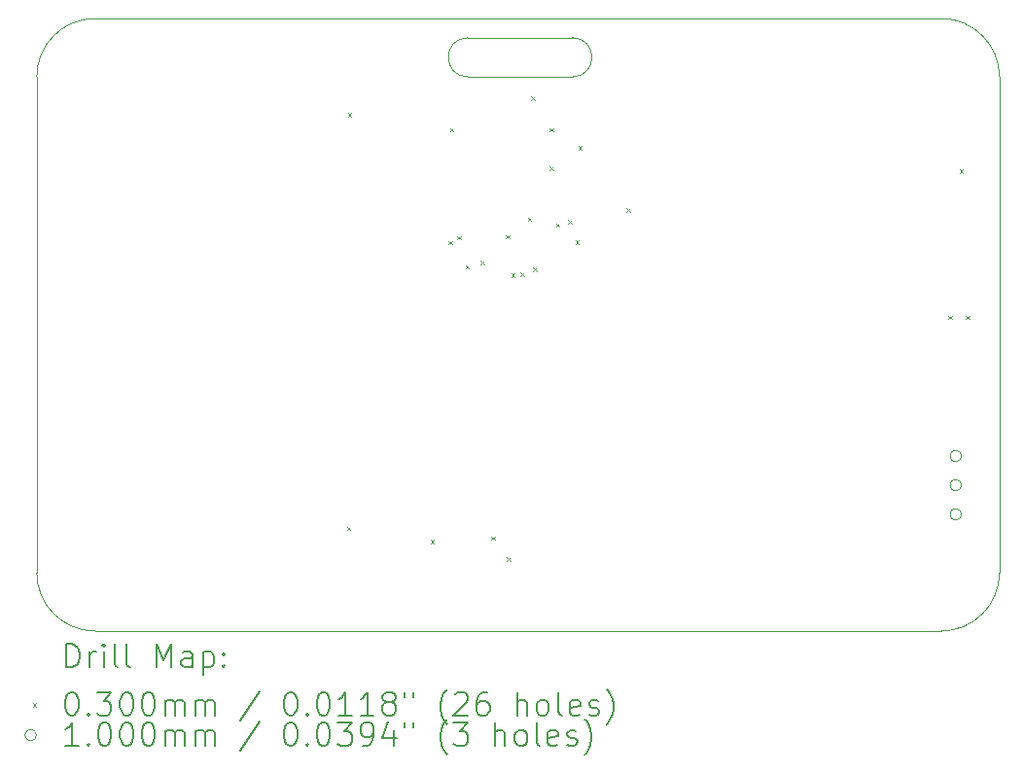
<source format=gbr>
%TF.GenerationSoftware,KiCad,Pcbnew,9.0.3*%
%TF.CreationDate,2025-09-08T19:45:00+01:00*%
%TF.ProjectId,tester_pcb_business_card,74657374-6572-45f7-9063-625f62757369,rev?*%
%TF.SameCoordinates,Original*%
%TF.FileFunction,Drillmap*%
%TF.FilePolarity,Positive*%
%FSLAX45Y45*%
G04 Gerber Fmt 4.5, Leading zero omitted, Abs format (unit mm)*
G04 Created by KiCad (PCBNEW 9.0.3) date 2025-09-08 19:45:00*
%MOMM*%
%LPD*%
G01*
G04 APERTURE LIST*
%ADD10C,0.050000*%
%ADD11C,0.200000*%
%ADD12C,0.100000*%
G04 APERTURE END LIST*
D10*
X9088120Y-7112000D02*
G75*
G02*
X9088120Y-6771640I0J170180D01*
G01*
X9997440Y-6771640D02*
G75*
G02*
X9997440Y-7112000I0J-170180D01*
G01*
X9997440Y-6771640D02*
X9088120Y-6771640D01*
X13716000Y-11430000D02*
X13716000Y-7112000D01*
X5334000Y-7112000D02*
X5334000Y-11430000D01*
X5334000Y-7112000D02*
G75*
G02*
X5842000Y-6604000I508000J0D01*
G01*
X13208000Y-6604000D02*
G75*
G02*
X13716000Y-7112000I0J-508000D01*
G01*
X13716000Y-11430000D02*
G75*
G02*
X13208000Y-11938000I-508000J0D01*
G01*
X5842000Y-11938000D02*
G75*
G02*
X5334000Y-11430000I0J508000D01*
G01*
X5842000Y-11938000D02*
X13208000Y-11938000D01*
X13208000Y-6604000D02*
X5842000Y-6604000D01*
X9088120Y-7112000D02*
X9997440Y-7112000D01*
D11*
D12*
X8034540Y-11031500D02*
X8064540Y-11061500D01*
X8064540Y-11031500D02*
X8034540Y-11061500D01*
X8042510Y-7427730D02*
X8072510Y-7457730D01*
X8072510Y-7427730D02*
X8042510Y-7457730D01*
X8760980Y-11144150D02*
X8790980Y-11174150D01*
X8790980Y-11144150D02*
X8760980Y-11174150D01*
X8920720Y-8539720D02*
X8950720Y-8569720D01*
X8950720Y-8539720D02*
X8920720Y-8569720D01*
X8930630Y-7558480D02*
X8960630Y-7588480D01*
X8960630Y-7558480D02*
X8930630Y-7588480D01*
X8993670Y-8498390D02*
X9023670Y-8528390D01*
X9023670Y-8498390D02*
X8993670Y-8528390D01*
X9068153Y-8751720D02*
X9098153Y-8781720D01*
X9098153Y-8751720D02*
X9068153Y-8781720D01*
X9197820Y-8712320D02*
X9227820Y-8742320D01*
X9227820Y-8712320D02*
X9197820Y-8742320D01*
X9289870Y-11116000D02*
X9319870Y-11146000D01*
X9319870Y-11116000D02*
X9289870Y-11146000D01*
X9418560Y-8488920D02*
X9448560Y-8518920D01*
X9448560Y-8488920D02*
X9418560Y-8518920D01*
X9427080Y-11297500D02*
X9457080Y-11327500D01*
X9457080Y-11297500D02*
X9427080Y-11327500D01*
X9464662Y-8823920D02*
X9494662Y-8853920D01*
X9494662Y-8823920D02*
X9464662Y-8853920D01*
X9545259Y-8817620D02*
X9575259Y-8847620D01*
X9575259Y-8817620D02*
X9545259Y-8847620D01*
X9610010Y-8337910D02*
X9640010Y-8367910D01*
X9640010Y-8337910D02*
X9610010Y-8367910D01*
X9638820Y-7281260D02*
X9668820Y-7311260D01*
X9668820Y-7281260D02*
X9638820Y-7311260D01*
X9655546Y-8774466D02*
X9685546Y-8804466D01*
X9685546Y-8774466D02*
X9655546Y-8804466D01*
X9799820Y-7558480D02*
X9829820Y-7588480D01*
X9829820Y-7558480D02*
X9799820Y-7588480D01*
X9801540Y-7894750D02*
X9831540Y-7924750D01*
X9831540Y-7894750D02*
X9801540Y-7924750D01*
X9856190Y-8388950D02*
X9886190Y-8418950D01*
X9886190Y-8388950D02*
X9856190Y-8418950D01*
X9962120Y-8356840D02*
X9992120Y-8386840D01*
X9992120Y-8356840D02*
X9962120Y-8386840D01*
X10025412Y-8536690D02*
X10055412Y-8566690D01*
X10055412Y-8536690D02*
X10025412Y-8566690D01*
X10050920Y-7717210D02*
X10080920Y-7747210D01*
X10080920Y-7717210D02*
X10050920Y-7747210D01*
X10470120Y-8255240D02*
X10500120Y-8285240D01*
X10500120Y-8255240D02*
X10470120Y-8285240D01*
X13271790Y-9194110D02*
X13301790Y-9224110D01*
X13301790Y-9194110D02*
X13271790Y-9224110D01*
X13367290Y-7917420D02*
X13397290Y-7947420D01*
X13397290Y-7917420D02*
X13367290Y-7947420D01*
X13424850Y-9192090D02*
X13454850Y-9222090D01*
X13454850Y-9192090D02*
X13424850Y-9222090D01*
X13385000Y-10414000D02*
G75*
G02*
X13285000Y-10414000I-50000J0D01*
G01*
X13285000Y-10414000D02*
G75*
G02*
X13385000Y-10414000I50000J0D01*
G01*
X13385000Y-10668000D02*
G75*
G02*
X13285000Y-10668000I-50000J0D01*
G01*
X13285000Y-10668000D02*
G75*
G02*
X13385000Y-10668000I50000J0D01*
G01*
X13385000Y-10922000D02*
G75*
G02*
X13285000Y-10922000I-50000J0D01*
G01*
X13285000Y-10922000D02*
G75*
G02*
X13385000Y-10922000I50000J0D01*
G01*
D11*
X5592277Y-12251984D02*
X5592277Y-12051984D01*
X5592277Y-12051984D02*
X5639896Y-12051984D01*
X5639896Y-12051984D02*
X5668467Y-12061508D01*
X5668467Y-12061508D02*
X5687515Y-12080555D01*
X5687515Y-12080555D02*
X5697039Y-12099603D01*
X5697039Y-12099603D02*
X5706562Y-12137698D01*
X5706562Y-12137698D02*
X5706562Y-12166269D01*
X5706562Y-12166269D02*
X5697039Y-12204365D01*
X5697039Y-12204365D02*
X5687515Y-12223412D01*
X5687515Y-12223412D02*
X5668467Y-12242460D01*
X5668467Y-12242460D02*
X5639896Y-12251984D01*
X5639896Y-12251984D02*
X5592277Y-12251984D01*
X5792277Y-12251984D02*
X5792277Y-12118650D01*
X5792277Y-12156746D02*
X5801801Y-12137698D01*
X5801801Y-12137698D02*
X5811324Y-12128174D01*
X5811324Y-12128174D02*
X5830372Y-12118650D01*
X5830372Y-12118650D02*
X5849420Y-12118650D01*
X5916086Y-12251984D02*
X5916086Y-12118650D01*
X5916086Y-12051984D02*
X5906562Y-12061508D01*
X5906562Y-12061508D02*
X5916086Y-12071031D01*
X5916086Y-12071031D02*
X5925610Y-12061508D01*
X5925610Y-12061508D02*
X5916086Y-12051984D01*
X5916086Y-12051984D02*
X5916086Y-12071031D01*
X6039896Y-12251984D02*
X6020848Y-12242460D01*
X6020848Y-12242460D02*
X6011324Y-12223412D01*
X6011324Y-12223412D02*
X6011324Y-12051984D01*
X6144658Y-12251984D02*
X6125610Y-12242460D01*
X6125610Y-12242460D02*
X6116086Y-12223412D01*
X6116086Y-12223412D02*
X6116086Y-12051984D01*
X6373229Y-12251984D02*
X6373229Y-12051984D01*
X6373229Y-12051984D02*
X6439896Y-12194841D01*
X6439896Y-12194841D02*
X6506562Y-12051984D01*
X6506562Y-12051984D02*
X6506562Y-12251984D01*
X6687515Y-12251984D02*
X6687515Y-12147222D01*
X6687515Y-12147222D02*
X6677991Y-12128174D01*
X6677991Y-12128174D02*
X6658943Y-12118650D01*
X6658943Y-12118650D02*
X6620848Y-12118650D01*
X6620848Y-12118650D02*
X6601801Y-12128174D01*
X6687515Y-12242460D02*
X6668467Y-12251984D01*
X6668467Y-12251984D02*
X6620848Y-12251984D01*
X6620848Y-12251984D02*
X6601801Y-12242460D01*
X6601801Y-12242460D02*
X6592277Y-12223412D01*
X6592277Y-12223412D02*
X6592277Y-12204365D01*
X6592277Y-12204365D02*
X6601801Y-12185317D01*
X6601801Y-12185317D02*
X6620848Y-12175793D01*
X6620848Y-12175793D02*
X6668467Y-12175793D01*
X6668467Y-12175793D02*
X6687515Y-12166269D01*
X6782753Y-12118650D02*
X6782753Y-12318650D01*
X6782753Y-12128174D02*
X6801801Y-12118650D01*
X6801801Y-12118650D02*
X6839896Y-12118650D01*
X6839896Y-12118650D02*
X6858943Y-12128174D01*
X6858943Y-12128174D02*
X6868467Y-12137698D01*
X6868467Y-12137698D02*
X6877991Y-12156746D01*
X6877991Y-12156746D02*
X6877991Y-12213888D01*
X6877991Y-12213888D02*
X6868467Y-12232936D01*
X6868467Y-12232936D02*
X6858943Y-12242460D01*
X6858943Y-12242460D02*
X6839896Y-12251984D01*
X6839896Y-12251984D02*
X6801801Y-12251984D01*
X6801801Y-12251984D02*
X6782753Y-12242460D01*
X6963705Y-12232936D02*
X6973229Y-12242460D01*
X6973229Y-12242460D02*
X6963705Y-12251984D01*
X6963705Y-12251984D02*
X6954182Y-12242460D01*
X6954182Y-12242460D02*
X6963705Y-12232936D01*
X6963705Y-12232936D02*
X6963705Y-12251984D01*
X6963705Y-12128174D02*
X6973229Y-12137698D01*
X6973229Y-12137698D02*
X6963705Y-12147222D01*
X6963705Y-12147222D02*
X6954182Y-12137698D01*
X6954182Y-12137698D02*
X6963705Y-12128174D01*
X6963705Y-12128174D02*
X6963705Y-12147222D01*
D12*
X5301500Y-12565500D02*
X5331500Y-12595500D01*
X5331500Y-12565500D02*
X5301500Y-12595500D01*
D11*
X5630372Y-12471984D02*
X5649420Y-12471984D01*
X5649420Y-12471984D02*
X5668467Y-12481508D01*
X5668467Y-12481508D02*
X5677991Y-12491031D01*
X5677991Y-12491031D02*
X5687515Y-12510079D01*
X5687515Y-12510079D02*
X5697039Y-12548174D01*
X5697039Y-12548174D02*
X5697039Y-12595793D01*
X5697039Y-12595793D02*
X5687515Y-12633888D01*
X5687515Y-12633888D02*
X5677991Y-12652936D01*
X5677991Y-12652936D02*
X5668467Y-12662460D01*
X5668467Y-12662460D02*
X5649420Y-12671984D01*
X5649420Y-12671984D02*
X5630372Y-12671984D01*
X5630372Y-12671984D02*
X5611324Y-12662460D01*
X5611324Y-12662460D02*
X5601801Y-12652936D01*
X5601801Y-12652936D02*
X5592277Y-12633888D01*
X5592277Y-12633888D02*
X5582753Y-12595793D01*
X5582753Y-12595793D02*
X5582753Y-12548174D01*
X5582753Y-12548174D02*
X5592277Y-12510079D01*
X5592277Y-12510079D02*
X5601801Y-12491031D01*
X5601801Y-12491031D02*
X5611324Y-12481508D01*
X5611324Y-12481508D02*
X5630372Y-12471984D01*
X5782753Y-12652936D02*
X5792277Y-12662460D01*
X5792277Y-12662460D02*
X5782753Y-12671984D01*
X5782753Y-12671984D02*
X5773229Y-12662460D01*
X5773229Y-12662460D02*
X5782753Y-12652936D01*
X5782753Y-12652936D02*
X5782753Y-12671984D01*
X5858943Y-12471984D02*
X5982753Y-12471984D01*
X5982753Y-12471984D02*
X5916086Y-12548174D01*
X5916086Y-12548174D02*
X5944658Y-12548174D01*
X5944658Y-12548174D02*
X5963705Y-12557698D01*
X5963705Y-12557698D02*
X5973229Y-12567222D01*
X5973229Y-12567222D02*
X5982753Y-12586269D01*
X5982753Y-12586269D02*
X5982753Y-12633888D01*
X5982753Y-12633888D02*
X5973229Y-12652936D01*
X5973229Y-12652936D02*
X5963705Y-12662460D01*
X5963705Y-12662460D02*
X5944658Y-12671984D01*
X5944658Y-12671984D02*
X5887515Y-12671984D01*
X5887515Y-12671984D02*
X5868467Y-12662460D01*
X5868467Y-12662460D02*
X5858943Y-12652936D01*
X6106562Y-12471984D02*
X6125610Y-12471984D01*
X6125610Y-12471984D02*
X6144658Y-12481508D01*
X6144658Y-12481508D02*
X6154182Y-12491031D01*
X6154182Y-12491031D02*
X6163705Y-12510079D01*
X6163705Y-12510079D02*
X6173229Y-12548174D01*
X6173229Y-12548174D02*
X6173229Y-12595793D01*
X6173229Y-12595793D02*
X6163705Y-12633888D01*
X6163705Y-12633888D02*
X6154182Y-12652936D01*
X6154182Y-12652936D02*
X6144658Y-12662460D01*
X6144658Y-12662460D02*
X6125610Y-12671984D01*
X6125610Y-12671984D02*
X6106562Y-12671984D01*
X6106562Y-12671984D02*
X6087515Y-12662460D01*
X6087515Y-12662460D02*
X6077991Y-12652936D01*
X6077991Y-12652936D02*
X6068467Y-12633888D01*
X6068467Y-12633888D02*
X6058943Y-12595793D01*
X6058943Y-12595793D02*
X6058943Y-12548174D01*
X6058943Y-12548174D02*
X6068467Y-12510079D01*
X6068467Y-12510079D02*
X6077991Y-12491031D01*
X6077991Y-12491031D02*
X6087515Y-12481508D01*
X6087515Y-12481508D02*
X6106562Y-12471984D01*
X6297039Y-12471984D02*
X6316086Y-12471984D01*
X6316086Y-12471984D02*
X6335134Y-12481508D01*
X6335134Y-12481508D02*
X6344658Y-12491031D01*
X6344658Y-12491031D02*
X6354182Y-12510079D01*
X6354182Y-12510079D02*
X6363705Y-12548174D01*
X6363705Y-12548174D02*
X6363705Y-12595793D01*
X6363705Y-12595793D02*
X6354182Y-12633888D01*
X6354182Y-12633888D02*
X6344658Y-12652936D01*
X6344658Y-12652936D02*
X6335134Y-12662460D01*
X6335134Y-12662460D02*
X6316086Y-12671984D01*
X6316086Y-12671984D02*
X6297039Y-12671984D01*
X6297039Y-12671984D02*
X6277991Y-12662460D01*
X6277991Y-12662460D02*
X6268467Y-12652936D01*
X6268467Y-12652936D02*
X6258943Y-12633888D01*
X6258943Y-12633888D02*
X6249420Y-12595793D01*
X6249420Y-12595793D02*
X6249420Y-12548174D01*
X6249420Y-12548174D02*
X6258943Y-12510079D01*
X6258943Y-12510079D02*
X6268467Y-12491031D01*
X6268467Y-12491031D02*
X6277991Y-12481508D01*
X6277991Y-12481508D02*
X6297039Y-12471984D01*
X6449420Y-12671984D02*
X6449420Y-12538650D01*
X6449420Y-12557698D02*
X6458943Y-12548174D01*
X6458943Y-12548174D02*
X6477991Y-12538650D01*
X6477991Y-12538650D02*
X6506563Y-12538650D01*
X6506563Y-12538650D02*
X6525610Y-12548174D01*
X6525610Y-12548174D02*
X6535134Y-12567222D01*
X6535134Y-12567222D02*
X6535134Y-12671984D01*
X6535134Y-12567222D02*
X6544658Y-12548174D01*
X6544658Y-12548174D02*
X6563705Y-12538650D01*
X6563705Y-12538650D02*
X6592277Y-12538650D01*
X6592277Y-12538650D02*
X6611324Y-12548174D01*
X6611324Y-12548174D02*
X6620848Y-12567222D01*
X6620848Y-12567222D02*
X6620848Y-12671984D01*
X6716086Y-12671984D02*
X6716086Y-12538650D01*
X6716086Y-12557698D02*
X6725610Y-12548174D01*
X6725610Y-12548174D02*
X6744658Y-12538650D01*
X6744658Y-12538650D02*
X6773229Y-12538650D01*
X6773229Y-12538650D02*
X6792277Y-12548174D01*
X6792277Y-12548174D02*
X6801801Y-12567222D01*
X6801801Y-12567222D02*
X6801801Y-12671984D01*
X6801801Y-12567222D02*
X6811324Y-12548174D01*
X6811324Y-12548174D02*
X6830372Y-12538650D01*
X6830372Y-12538650D02*
X6858943Y-12538650D01*
X6858943Y-12538650D02*
X6877991Y-12548174D01*
X6877991Y-12548174D02*
X6887515Y-12567222D01*
X6887515Y-12567222D02*
X6887515Y-12671984D01*
X7277991Y-12462460D02*
X7106563Y-12719603D01*
X7535134Y-12471984D02*
X7554182Y-12471984D01*
X7554182Y-12471984D02*
X7573229Y-12481508D01*
X7573229Y-12481508D02*
X7582753Y-12491031D01*
X7582753Y-12491031D02*
X7592277Y-12510079D01*
X7592277Y-12510079D02*
X7601801Y-12548174D01*
X7601801Y-12548174D02*
X7601801Y-12595793D01*
X7601801Y-12595793D02*
X7592277Y-12633888D01*
X7592277Y-12633888D02*
X7582753Y-12652936D01*
X7582753Y-12652936D02*
X7573229Y-12662460D01*
X7573229Y-12662460D02*
X7554182Y-12671984D01*
X7554182Y-12671984D02*
X7535134Y-12671984D01*
X7535134Y-12671984D02*
X7516086Y-12662460D01*
X7516086Y-12662460D02*
X7506563Y-12652936D01*
X7506563Y-12652936D02*
X7497039Y-12633888D01*
X7497039Y-12633888D02*
X7487515Y-12595793D01*
X7487515Y-12595793D02*
X7487515Y-12548174D01*
X7487515Y-12548174D02*
X7497039Y-12510079D01*
X7497039Y-12510079D02*
X7506563Y-12491031D01*
X7506563Y-12491031D02*
X7516086Y-12481508D01*
X7516086Y-12481508D02*
X7535134Y-12471984D01*
X7687515Y-12652936D02*
X7697039Y-12662460D01*
X7697039Y-12662460D02*
X7687515Y-12671984D01*
X7687515Y-12671984D02*
X7677991Y-12662460D01*
X7677991Y-12662460D02*
X7687515Y-12652936D01*
X7687515Y-12652936D02*
X7687515Y-12671984D01*
X7820848Y-12471984D02*
X7839896Y-12471984D01*
X7839896Y-12471984D02*
X7858944Y-12481508D01*
X7858944Y-12481508D02*
X7868467Y-12491031D01*
X7868467Y-12491031D02*
X7877991Y-12510079D01*
X7877991Y-12510079D02*
X7887515Y-12548174D01*
X7887515Y-12548174D02*
X7887515Y-12595793D01*
X7887515Y-12595793D02*
X7877991Y-12633888D01*
X7877991Y-12633888D02*
X7868467Y-12652936D01*
X7868467Y-12652936D02*
X7858944Y-12662460D01*
X7858944Y-12662460D02*
X7839896Y-12671984D01*
X7839896Y-12671984D02*
X7820848Y-12671984D01*
X7820848Y-12671984D02*
X7801801Y-12662460D01*
X7801801Y-12662460D02*
X7792277Y-12652936D01*
X7792277Y-12652936D02*
X7782753Y-12633888D01*
X7782753Y-12633888D02*
X7773229Y-12595793D01*
X7773229Y-12595793D02*
X7773229Y-12548174D01*
X7773229Y-12548174D02*
X7782753Y-12510079D01*
X7782753Y-12510079D02*
X7792277Y-12491031D01*
X7792277Y-12491031D02*
X7801801Y-12481508D01*
X7801801Y-12481508D02*
X7820848Y-12471984D01*
X8077991Y-12671984D02*
X7963706Y-12671984D01*
X8020848Y-12671984D02*
X8020848Y-12471984D01*
X8020848Y-12471984D02*
X8001801Y-12500555D01*
X8001801Y-12500555D02*
X7982753Y-12519603D01*
X7982753Y-12519603D02*
X7963706Y-12529127D01*
X8268467Y-12671984D02*
X8154182Y-12671984D01*
X8211325Y-12671984D02*
X8211325Y-12471984D01*
X8211325Y-12471984D02*
X8192277Y-12500555D01*
X8192277Y-12500555D02*
X8173229Y-12519603D01*
X8173229Y-12519603D02*
X8154182Y-12529127D01*
X8382753Y-12557698D02*
X8363706Y-12548174D01*
X8363706Y-12548174D02*
X8354182Y-12538650D01*
X8354182Y-12538650D02*
X8344658Y-12519603D01*
X8344658Y-12519603D02*
X8344658Y-12510079D01*
X8344658Y-12510079D02*
X8354182Y-12491031D01*
X8354182Y-12491031D02*
X8363706Y-12481508D01*
X8363706Y-12481508D02*
X8382753Y-12471984D01*
X8382753Y-12471984D02*
X8420849Y-12471984D01*
X8420849Y-12471984D02*
X8439896Y-12481508D01*
X8439896Y-12481508D02*
X8449420Y-12491031D01*
X8449420Y-12491031D02*
X8458944Y-12510079D01*
X8458944Y-12510079D02*
X8458944Y-12519603D01*
X8458944Y-12519603D02*
X8449420Y-12538650D01*
X8449420Y-12538650D02*
X8439896Y-12548174D01*
X8439896Y-12548174D02*
X8420849Y-12557698D01*
X8420849Y-12557698D02*
X8382753Y-12557698D01*
X8382753Y-12557698D02*
X8363706Y-12567222D01*
X8363706Y-12567222D02*
X8354182Y-12576746D01*
X8354182Y-12576746D02*
X8344658Y-12595793D01*
X8344658Y-12595793D02*
X8344658Y-12633888D01*
X8344658Y-12633888D02*
X8354182Y-12652936D01*
X8354182Y-12652936D02*
X8363706Y-12662460D01*
X8363706Y-12662460D02*
X8382753Y-12671984D01*
X8382753Y-12671984D02*
X8420849Y-12671984D01*
X8420849Y-12671984D02*
X8439896Y-12662460D01*
X8439896Y-12662460D02*
X8449420Y-12652936D01*
X8449420Y-12652936D02*
X8458944Y-12633888D01*
X8458944Y-12633888D02*
X8458944Y-12595793D01*
X8458944Y-12595793D02*
X8449420Y-12576746D01*
X8449420Y-12576746D02*
X8439896Y-12567222D01*
X8439896Y-12567222D02*
X8420849Y-12557698D01*
X8535134Y-12471984D02*
X8535134Y-12510079D01*
X8611325Y-12471984D02*
X8611325Y-12510079D01*
X8906563Y-12748174D02*
X8897039Y-12738650D01*
X8897039Y-12738650D02*
X8877991Y-12710079D01*
X8877991Y-12710079D02*
X8868468Y-12691031D01*
X8868468Y-12691031D02*
X8858944Y-12662460D01*
X8858944Y-12662460D02*
X8849420Y-12614841D01*
X8849420Y-12614841D02*
X8849420Y-12576746D01*
X8849420Y-12576746D02*
X8858944Y-12529127D01*
X8858944Y-12529127D02*
X8868468Y-12500555D01*
X8868468Y-12500555D02*
X8877991Y-12481508D01*
X8877991Y-12481508D02*
X8897039Y-12452936D01*
X8897039Y-12452936D02*
X8906563Y-12443412D01*
X8973230Y-12491031D02*
X8982753Y-12481508D01*
X8982753Y-12481508D02*
X9001801Y-12471984D01*
X9001801Y-12471984D02*
X9049420Y-12471984D01*
X9049420Y-12471984D02*
X9068468Y-12481508D01*
X9068468Y-12481508D02*
X9077991Y-12491031D01*
X9077991Y-12491031D02*
X9087515Y-12510079D01*
X9087515Y-12510079D02*
X9087515Y-12529127D01*
X9087515Y-12529127D02*
X9077991Y-12557698D01*
X9077991Y-12557698D02*
X8963706Y-12671984D01*
X8963706Y-12671984D02*
X9087515Y-12671984D01*
X9258944Y-12471984D02*
X9220849Y-12471984D01*
X9220849Y-12471984D02*
X9201801Y-12481508D01*
X9201801Y-12481508D02*
X9192277Y-12491031D01*
X9192277Y-12491031D02*
X9173230Y-12519603D01*
X9173230Y-12519603D02*
X9163706Y-12557698D01*
X9163706Y-12557698D02*
X9163706Y-12633888D01*
X9163706Y-12633888D02*
X9173230Y-12652936D01*
X9173230Y-12652936D02*
X9182753Y-12662460D01*
X9182753Y-12662460D02*
X9201801Y-12671984D01*
X9201801Y-12671984D02*
X9239896Y-12671984D01*
X9239896Y-12671984D02*
X9258944Y-12662460D01*
X9258944Y-12662460D02*
X9268468Y-12652936D01*
X9268468Y-12652936D02*
X9277991Y-12633888D01*
X9277991Y-12633888D02*
X9277991Y-12586269D01*
X9277991Y-12586269D02*
X9268468Y-12567222D01*
X9268468Y-12567222D02*
X9258944Y-12557698D01*
X9258944Y-12557698D02*
X9239896Y-12548174D01*
X9239896Y-12548174D02*
X9201801Y-12548174D01*
X9201801Y-12548174D02*
X9182753Y-12557698D01*
X9182753Y-12557698D02*
X9173230Y-12567222D01*
X9173230Y-12567222D02*
X9163706Y-12586269D01*
X9516087Y-12671984D02*
X9516087Y-12471984D01*
X9601801Y-12671984D02*
X9601801Y-12567222D01*
X9601801Y-12567222D02*
X9592277Y-12548174D01*
X9592277Y-12548174D02*
X9573230Y-12538650D01*
X9573230Y-12538650D02*
X9544658Y-12538650D01*
X9544658Y-12538650D02*
X9525611Y-12548174D01*
X9525611Y-12548174D02*
X9516087Y-12557698D01*
X9725611Y-12671984D02*
X9706563Y-12662460D01*
X9706563Y-12662460D02*
X9697039Y-12652936D01*
X9697039Y-12652936D02*
X9687515Y-12633888D01*
X9687515Y-12633888D02*
X9687515Y-12576746D01*
X9687515Y-12576746D02*
X9697039Y-12557698D01*
X9697039Y-12557698D02*
X9706563Y-12548174D01*
X9706563Y-12548174D02*
X9725611Y-12538650D01*
X9725611Y-12538650D02*
X9754182Y-12538650D01*
X9754182Y-12538650D02*
X9773230Y-12548174D01*
X9773230Y-12548174D02*
X9782753Y-12557698D01*
X9782753Y-12557698D02*
X9792277Y-12576746D01*
X9792277Y-12576746D02*
X9792277Y-12633888D01*
X9792277Y-12633888D02*
X9782753Y-12652936D01*
X9782753Y-12652936D02*
X9773230Y-12662460D01*
X9773230Y-12662460D02*
X9754182Y-12671984D01*
X9754182Y-12671984D02*
X9725611Y-12671984D01*
X9906563Y-12671984D02*
X9887515Y-12662460D01*
X9887515Y-12662460D02*
X9877992Y-12643412D01*
X9877992Y-12643412D02*
X9877992Y-12471984D01*
X10058944Y-12662460D02*
X10039896Y-12671984D01*
X10039896Y-12671984D02*
X10001801Y-12671984D01*
X10001801Y-12671984D02*
X9982753Y-12662460D01*
X9982753Y-12662460D02*
X9973230Y-12643412D01*
X9973230Y-12643412D02*
X9973230Y-12567222D01*
X9973230Y-12567222D02*
X9982753Y-12548174D01*
X9982753Y-12548174D02*
X10001801Y-12538650D01*
X10001801Y-12538650D02*
X10039896Y-12538650D01*
X10039896Y-12538650D02*
X10058944Y-12548174D01*
X10058944Y-12548174D02*
X10068468Y-12567222D01*
X10068468Y-12567222D02*
X10068468Y-12586269D01*
X10068468Y-12586269D02*
X9973230Y-12605317D01*
X10144658Y-12662460D02*
X10163706Y-12671984D01*
X10163706Y-12671984D02*
X10201801Y-12671984D01*
X10201801Y-12671984D02*
X10220849Y-12662460D01*
X10220849Y-12662460D02*
X10230373Y-12643412D01*
X10230373Y-12643412D02*
X10230373Y-12633888D01*
X10230373Y-12633888D02*
X10220849Y-12614841D01*
X10220849Y-12614841D02*
X10201801Y-12605317D01*
X10201801Y-12605317D02*
X10173230Y-12605317D01*
X10173230Y-12605317D02*
X10154182Y-12595793D01*
X10154182Y-12595793D02*
X10144658Y-12576746D01*
X10144658Y-12576746D02*
X10144658Y-12567222D01*
X10144658Y-12567222D02*
X10154182Y-12548174D01*
X10154182Y-12548174D02*
X10173230Y-12538650D01*
X10173230Y-12538650D02*
X10201801Y-12538650D01*
X10201801Y-12538650D02*
X10220849Y-12548174D01*
X10297039Y-12748174D02*
X10306563Y-12738650D01*
X10306563Y-12738650D02*
X10325611Y-12710079D01*
X10325611Y-12710079D02*
X10335134Y-12691031D01*
X10335134Y-12691031D02*
X10344658Y-12662460D01*
X10344658Y-12662460D02*
X10354182Y-12614841D01*
X10354182Y-12614841D02*
X10354182Y-12576746D01*
X10354182Y-12576746D02*
X10344658Y-12529127D01*
X10344658Y-12529127D02*
X10335134Y-12500555D01*
X10335134Y-12500555D02*
X10325611Y-12481508D01*
X10325611Y-12481508D02*
X10306563Y-12452936D01*
X10306563Y-12452936D02*
X10297039Y-12443412D01*
D12*
X5331500Y-12844500D02*
G75*
G02*
X5231500Y-12844500I-50000J0D01*
G01*
X5231500Y-12844500D02*
G75*
G02*
X5331500Y-12844500I50000J0D01*
G01*
D11*
X5697039Y-12935984D02*
X5582753Y-12935984D01*
X5639896Y-12935984D02*
X5639896Y-12735984D01*
X5639896Y-12735984D02*
X5620848Y-12764555D01*
X5620848Y-12764555D02*
X5601801Y-12783603D01*
X5601801Y-12783603D02*
X5582753Y-12793127D01*
X5782753Y-12916936D02*
X5792277Y-12926460D01*
X5792277Y-12926460D02*
X5782753Y-12935984D01*
X5782753Y-12935984D02*
X5773229Y-12926460D01*
X5773229Y-12926460D02*
X5782753Y-12916936D01*
X5782753Y-12916936D02*
X5782753Y-12935984D01*
X5916086Y-12735984D02*
X5935134Y-12735984D01*
X5935134Y-12735984D02*
X5954182Y-12745508D01*
X5954182Y-12745508D02*
X5963705Y-12755031D01*
X5963705Y-12755031D02*
X5973229Y-12774079D01*
X5973229Y-12774079D02*
X5982753Y-12812174D01*
X5982753Y-12812174D02*
X5982753Y-12859793D01*
X5982753Y-12859793D02*
X5973229Y-12897888D01*
X5973229Y-12897888D02*
X5963705Y-12916936D01*
X5963705Y-12916936D02*
X5954182Y-12926460D01*
X5954182Y-12926460D02*
X5935134Y-12935984D01*
X5935134Y-12935984D02*
X5916086Y-12935984D01*
X5916086Y-12935984D02*
X5897039Y-12926460D01*
X5897039Y-12926460D02*
X5887515Y-12916936D01*
X5887515Y-12916936D02*
X5877991Y-12897888D01*
X5877991Y-12897888D02*
X5868467Y-12859793D01*
X5868467Y-12859793D02*
X5868467Y-12812174D01*
X5868467Y-12812174D02*
X5877991Y-12774079D01*
X5877991Y-12774079D02*
X5887515Y-12755031D01*
X5887515Y-12755031D02*
X5897039Y-12745508D01*
X5897039Y-12745508D02*
X5916086Y-12735984D01*
X6106562Y-12735984D02*
X6125610Y-12735984D01*
X6125610Y-12735984D02*
X6144658Y-12745508D01*
X6144658Y-12745508D02*
X6154182Y-12755031D01*
X6154182Y-12755031D02*
X6163705Y-12774079D01*
X6163705Y-12774079D02*
X6173229Y-12812174D01*
X6173229Y-12812174D02*
X6173229Y-12859793D01*
X6173229Y-12859793D02*
X6163705Y-12897888D01*
X6163705Y-12897888D02*
X6154182Y-12916936D01*
X6154182Y-12916936D02*
X6144658Y-12926460D01*
X6144658Y-12926460D02*
X6125610Y-12935984D01*
X6125610Y-12935984D02*
X6106562Y-12935984D01*
X6106562Y-12935984D02*
X6087515Y-12926460D01*
X6087515Y-12926460D02*
X6077991Y-12916936D01*
X6077991Y-12916936D02*
X6068467Y-12897888D01*
X6068467Y-12897888D02*
X6058943Y-12859793D01*
X6058943Y-12859793D02*
X6058943Y-12812174D01*
X6058943Y-12812174D02*
X6068467Y-12774079D01*
X6068467Y-12774079D02*
X6077991Y-12755031D01*
X6077991Y-12755031D02*
X6087515Y-12745508D01*
X6087515Y-12745508D02*
X6106562Y-12735984D01*
X6297039Y-12735984D02*
X6316086Y-12735984D01*
X6316086Y-12735984D02*
X6335134Y-12745508D01*
X6335134Y-12745508D02*
X6344658Y-12755031D01*
X6344658Y-12755031D02*
X6354182Y-12774079D01*
X6354182Y-12774079D02*
X6363705Y-12812174D01*
X6363705Y-12812174D02*
X6363705Y-12859793D01*
X6363705Y-12859793D02*
X6354182Y-12897888D01*
X6354182Y-12897888D02*
X6344658Y-12916936D01*
X6344658Y-12916936D02*
X6335134Y-12926460D01*
X6335134Y-12926460D02*
X6316086Y-12935984D01*
X6316086Y-12935984D02*
X6297039Y-12935984D01*
X6297039Y-12935984D02*
X6277991Y-12926460D01*
X6277991Y-12926460D02*
X6268467Y-12916936D01*
X6268467Y-12916936D02*
X6258943Y-12897888D01*
X6258943Y-12897888D02*
X6249420Y-12859793D01*
X6249420Y-12859793D02*
X6249420Y-12812174D01*
X6249420Y-12812174D02*
X6258943Y-12774079D01*
X6258943Y-12774079D02*
X6268467Y-12755031D01*
X6268467Y-12755031D02*
X6277991Y-12745508D01*
X6277991Y-12745508D02*
X6297039Y-12735984D01*
X6449420Y-12935984D02*
X6449420Y-12802650D01*
X6449420Y-12821698D02*
X6458943Y-12812174D01*
X6458943Y-12812174D02*
X6477991Y-12802650D01*
X6477991Y-12802650D02*
X6506563Y-12802650D01*
X6506563Y-12802650D02*
X6525610Y-12812174D01*
X6525610Y-12812174D02*
X6535134Y-12831222D01*
X6535134Y-12831222D02*
X6535134Y-12935984D01*
X6535134Y-12831222D02*
X6544658Y-12812174D01*
X6544658Y-12812174D02*
X6563705Y-12802650D01*
X6563705Y-12802650D02*
X6592277Y-12802650D01*
X6592277Y-12802650D02*
X6611324Y-12812174D01*
X6611324Y-12812174D02*
X6620848Y-12831222D01*
X6620848Y-12831222D02*
X6620848Y-12935984D01*
X6716086Y-12935984D02*
X6716086Y-12802650D01*
X6716086Y-12821698D02*
X6725610Y-12812174D01*
X6725610Y-12812174D02*
X6744658Y-12802650D01*
X6744658Y-12802650D02*
X6773229Y-12802650D01*
X6773229Y-12802650D02*
X6792277Y-12812174D01*
X6792277Y-12812174D02*
X6801801Y-12831222D01*
X6801801Y-12831222D02*
X6801801Y-12935984D01*
X6801801Y-12831222D02*
X6811324Y-12812174D01*
X6811324Y-12812174D02*
X6830372Y-12802650D01*
X6830372Y-12802650D02*
X6858943Y-12802650D01*
X6858943Y-12802650D02*
X6877991Y-12812174D01*
X6877991Y-12812174D02*
X6887515Y-12831222D01*
X6887515Y-12831222D02*
X6887515Y-12935984D01*
X7277991Y-12726460D02*
X7106563Y-12983603D01*
X7535134Y-12735984D02*
X7554182Y-12735984D01*
X7554182Y-12735984D02*
X7573229Y-12745508D01*
X7573229Y-12745508D02*
X7582753Y-12755031D01*
X7582753Y-12755031D02*
X7592277Y-12774079D01*
X7592277Y-12774079D02*
X7601801Y-12812174D01*
X7601801Y-12812174D02*
X7601801Y-12859793D01*
X7601801Y-12859793D02*
X7592277Y-12897888D01*
X7592277Y-12897888D02*
X7582753Y-12916936D01*
X7582753Y-12916936D02*
X7573229Y-12926460D01*
X7573229Y-12926460D02*
X7554182Y-12935984D01*
X7554182Y-12935984D02*
X7535134Y-12935984D01*
X7535134Y-12935984D02*
X7516086Y-12926460D01*
X7516086Y-12926460D02*
X7506563Y-12916936D01*
X7506563Y-12916936D02*
X7497039Y-12897888D01*
X7497039Y-12897888D02*
X7487515Y-12859793D01*
X7487515Y-12859793D02*
X7487515Y-12812174D01*
X7487515Y-12812174D02*
X7497039Y-12774079D01*
X7497039Y-12774079D02*
X7506563Y-12755031D01*
X7506563Y-12755031D02*
X7516086Y-12745508D01*
X7516086Y-12745508D02*
X7535134Y-12735984D01*
X7687515Y-12916936D02*
X7697039Y-12926460D01*
X7697039Y-12926460D02*
X7687515Y-12935984D01*
X7687515Y-12935984D02*
X7677991Y-12926460D01*
X7677991Y-12926460D02*
X7687515Y-12916936D01*
X7687515Y-12916936D02*
X7687515Y-12935984D01*
X7820848Y-12735984D02*
X7839896Y-12735984D01*
X7839896Y-12735984D02*
X7858944Y-12745508D01*
X7858944Y-12745508D02*
X7868467Y-12755031D01*
X7868467Y-12755031D02*
X7877991Y-12774079D01*
X7877991Y-12774079D02*
X7887515Y-12812174D01*
X7887515Y-12812174D02*
X7887515Y-12859793D01*
X7887515Y-12859793D02*
X7877991Y-12897888D01*
X7877991Y-12897888D02*
X7868467Y-12916936D01*
X7868467Y-12916936D02*
X7858944Y-12926460D01*
X7858944Y-12926460D02*
X7839896Y-12935984D01*
X7839896Y-12935984D02*
X7820848Y-12935984D01*
X7820848Y-12935984D02*
X7801801Y-12926460D01*
X7801801Y-12926460D02*
X7792277Y-12916936D01*
X7792277Y-12916936D02*
X7782753Y-12897888D01*
X7782753Y-12897888D02*
X7773229Y-12859793D01*
X7773229Y-12859793D02*
X7773229Y-12812174D01*
X7773229Y-12812174D02*
X7782753Y-12774079D01*
X7782753Y-12774079D02*
X7792277Y-12755031D01*
X7792277Y-12755031D02*
X7801801Y-12745508D01*
X7801801Y-12745508D02*
X7820848Y-12735984D01*
X7954182Y-12735984D02*
X8077991Y-12735984D01*
X8077991Y-12735984D02*
X8011325Y-12812174D01*
X8011325Y-12812174D02*
X8039896Y-12812174D01*
X8039896Y-12812174D02*
X8058944Y-12821698D01*
X8058944Y-12821698D02*
X8068467Y-12831222D01*
X8068467Y-12831222D02*
X8077991Y-12850269D01*
X8077991Y-12850269D02*
X8077991Y-12897888D01*
X8077991Y-12897888D02*
X8068467Y-12916936D01*
X8068467Y-12916936D02*
X8058944Y-12926460D01*
X8058944Y-12926460D02*
X8039896Y-12935984D01*
X8039896Y-12935984D02*
X7982753Y-12935984D01*
X7982753Y-12935984D02*
X7963706Y-12926460D01*
X7963706Y-12926460D02*
X7954182Y-12916936D01*
X8173229Y-12935984D02*
X8211325Y-12935984D01*
X8211325Y-12935984D02*
X8230372Y-12926460D01*
X8230372Y-12926460D02*
X8239896Y-12916936D01*
X8239896Y-12916936D02*
X8258944Y-12888365D01*
X8258944Y-12888365D02*
X8268467Y-12850269D01*
X8268467Y-12850269D02*
X8268467Y-12774079D01*
X8268467Y-12774079D02*
X8258944Y-12755031D01*
X8258944Y-12755031D02*
X8249420Y-12745508D01*
X8249420Y-12745508D02*
X8230372Y-12735984D01*
X8230372Y-12735984D02*
X8192277Y-12735984D01*
X8192277Y-12735984D02*
X8173229Y-12745508D01*
X8173229Y-12745508D02*
X8163706Y-12755031D01*
X8163706Y-12755031D02*
X8154182Y-12774079D01*
X8154182Y-12774079D02*
X8154182Y-12821698D01*
X8154182Y-12821698D02*
X8163706Y-12840746D01*
X8163706Y-12840746D02*
X8173229Y-12850269D01*
X8173229Y-12850269D02*
X8192277Y-12859793D01*
X8192277Y-12859793D02*
X8230372Y-12859793D01*
X8230372Y-12859793D02*
X8249420Y-12850269D01*
X8249420Y-12850269D02*
X8258944Y-12840746D01*
X8258944Y-12840746D02*
X8268467Y-12821698D01*
X8439896Y-12802650D02*
X8439896Y-12935984D01*
X8392277Y-12726460D02*
X8344658Y-12869317D01*
X8344658Y-12869317D02*
X8468468Y-12869317D01*
X8535134Y-12735984D02*
X8535134Y-12774079D01*
X8611325Y-12735984D02*
X8611325Y-12774079D01*
X8906563Y-13012174D02*
X8897039Y-13002650D01*
X8897039Y-13002650D02*
X8877991Y-12974079D01*
X8877991Y-12974079D02*
X8868468Y-12955031D01*
X8868468Y-12955031D02*
X8858944Y-12926460D01*
X8858944Y-12926460D02*
X8849420Y-12878841D01*
X8849420Y-12878841D02*
X8849420Y-12840746D01*
X8849420Y-12840746D02*
X8858944Y-12793127D01*
X8858944Y-12793127D02*
X8868468Y-12764555D01*
X8868468Y-12764555D02*
X8877991Y-12745508D01*
X8877991Y-12745508D02*
X8897039Y-12716936D01*
X8897039Y-12716936D02*
X8906563Y-12707412D01*
X8963706Y-12735984D02*
X9087515Y-12735984D01*
X9087515Y-12735984D02*
X9020849Y-12812174D01*
X9020849Y-12812174D02*
X9049420Y-12812174D01*
X9049420Y-12812174D02*
X9068468Y-12821698D01*
X9068468Y-12821698D02*
X9077991Y-12831222D01*
X9077991Y-12831222D02*
X9087515Y-12850269D01*
X9087515Y-12850269D02*
X9087515Y-12897888D01*
X9087515Y-12897888D02*
X9077991Y-12916936D01*
X9077991Y-12916936D02*
X9068468Y-12926460D01*
X9068468Y-12926460D02*
X9049420Y-12935984D01*
X9049420Y-12935984D02*
X8992277Y-12935984D01*
X8992277Y-12935984D02*
X8973230Y-12926460D01*
X8973230Y-12926460D02*
X8963706Y-12916936D01*
X9325611Y-12935984D02*
X9325611Y-12735984D01*
X9411325Y-12935984D02*
X9411325Y-12831222D01*
X9411325Y-12831222D02*
X9401801Y-12812174D01*
X9401801Y-12812174D02*
X9382753Y-12802650D01*
X9382753Y-12802650D02*
X9354182Y-12802650D01*
X9354182Y-12802650D02*
X9335134Y-12812174D01*
X9335134Y-12812174D02*
X9325611Y-12821698D01*
X9535134Y-12935984D02*
X9516087Y-12926460D01*
X9516087Y-12926460D02*
X9506563Y-12916936D01*
X9506563Y-12916936D02*
X9497039Y-12897888D01*
X9497039Y-12897888D02*
X9497039Y-12840746D01*
X9497039Y-12840746D02*
X9506563Y-12821698D01*
X9506563Y-12821698D02*
X9516087Y-12812174D01*
X9516087Y-12812174D02*
X9535134Y-12802650D01*
X9535134Y-12802650D02*
X9563706Y-12802650D01*
X9563706Y-12802650D02*
X9582753Y-12812174D01*
X9582753Y-12812174D02*
X9592277Y-12821698D01*
X9592277Y-12821698D02*
X9601801Y-12840746D01*
X9601801Y-12840746D02*
X9601801Y-12897888D01*
X9601801Y-12897888D02*
X9592277Y-12916936D01*
X9592277Y-12916936D02*
X9582753Y-12926460D01*
X9582753Y-12926460D02*
X9563706Y-12935984D01*
X9563706Y-12935984D02*
X9535134Y-12935984D01*
X9716087Y-12935984D02*
X9697039Y-12926460D01*
X9697039Y-12926460D02*
X9687515Y-12907412D01*
X9687515Y-12907412D02*
X9687515Y-12735984D01*
X9868468Y-12926460D02*
X9849420Y-12935984D01*
X9849420Y-12935984D02*
X9811325Y-12935984D01*
X9811325Y-12935984D02*
X9792277Y-12926460D01*
X9792277Y-12926460D02*
X9782753Y-12907412D01*
X9782753Y-12907412D02*
X9782753Y-12831222D01*
X9782753Y-12831222D02*
X9792277Y-12812174D01*
X9792277Y-12812174D02*
X9811325Y-12802650D01*
X9811325Y-12802650D02*
X9849420Y-12802650D01*
X9849420Y-12802650D02*
X9868468Y-12812174D01*
X9868468Y-12812174D02*
X9877992Y-12831222D01*
X9877992Y-12831222D02*
X9877992Y-12850269D01*
X9877992Y-12850269D02*
X9782753Y-12869317D01*
X9954182Y-12926460D02*
X9973230Y-12935984D01*
X9973230Y-12935984D02*
X10011325Y-12935984D01*
X10011325Y-12935984D02*
X10030373Y-12926460D01*
X10030373Y-12926460D02*
X10039896Y-12907412D01*
X10039896Y-12907412D02*
X10039896Y-12897888D01*
X10039896Y-12897888D02*
X10030373Y-12878841D01*
X10030373Y-12878841D02*
X10011325Y-12869317D01*
X10011325Y-12869317D02*
X9982753Y-12869317D01*
X9982753Y-12869317D02*
X9963706Y-12859793D01*
X9963706Y-12859793D02*
X9954182Y-12840746D01*
X9954182Y-12840746D02*
X9954182Y-12831222D01*
X9954182Y-12831222D02*
X9963706Y-12812174D01*
X9963706Y-12812174D02*
X9982753Y-12802650D01*
X9982753Y-12802650D02*
X10011325Y-12802650D01*
X10011325Y-12802650D02*
X10030373Y-12812174D01*
X10106563Y-13012174D02*
X10116087Y-13002650D01*
X10116087Y-13002650D02*
X10135134Y-12974079D01*
X10135134Y-12974079D02*
X10144658Y-12955031D01*
X10144658Y-12955031D02*
X10154182Y-12926460D01*
X10154182Y-12926460D02*
X10163706Y-12878841D01*
X10163706Y-12878841D02*
X10163706Y-12840746D01*
X10163706Y-12840746D02*
X10154182Y-12793127D01*
X10154182Y-12793127D02*
X10144658Y-12764555D01*
X10144658Y-12764555D02*
X10135134Y-12745508D01*
X10135134Y-12745508D02*
X10116087Y-12716936D01*
X10116087Y-12716936D02*
X10106563Y-12707412D01*
M02*

</source>
